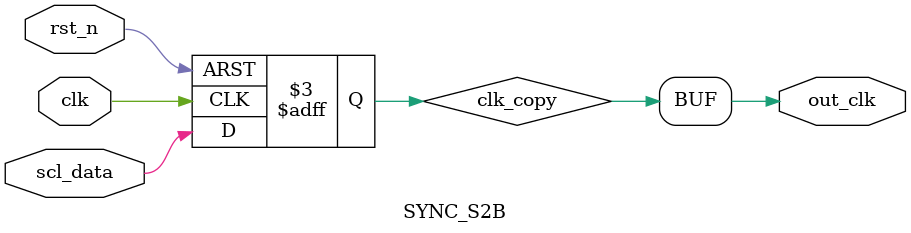
<source format=v>
/*--------------------------------------------------------------------
  Copyright (C) 2015-2019, NXP B.V.
  All rights reserved.
  
  Redistribution and use in source and binary forms, with or without 
  modification, are permitted provided that the following conditions 
  are met:
  
  1. Redistributions of source code must retain the above copyright 
     notice, this list of conditions and the following disclaimer.
  
  2. Redistributions in binary form must reproduce the above copyright 
     notice, this list of conditions and the following disclaimer in
     the documentation and/or other materials provided with the 
     distribution.
  
  3. Neither the name of the copyright holder nor the names of its 
     contributors may be used to endorse or promote products derived 
     from this HDL software without specific prior written permission.
  
  THIS (HDL) SOFTWARE IS PROVIDED BY THE COPYRIGHT HOLDERS AND
  CONTRIBUTORS "AS IS" AND ANY EXPRESS OR IMPLIED WARRANTIES, 
  INCLUDING, BUT NOT LIMITED TO, THE IMPLIED WARRANTIES OF 
  MERCHANTABILITY AND FITNESS FOR A PARTICULAR PURPOSE ARE 
  DISCLAIMED. IN NO EVENT SHALL THE COPYRIGHT HOLDER OR 
  CONTRIBUTORS BE LIABLE FOR ANY DIRECT, INDIRECT, INCIDENTAL, 
  SPECIAL, EXEMPLARY, OR CONSEQUENTIAL DAMAGES (INCLUDING, BUT 
  NOT LIMITED TO, PROCUREMENT OF SUBSTITUTE GOODS OR SERVICES; 
  LOSS OF USE, DATA, OR PROFITS; OR BUSINESS INTERRUPTION) 
  HOWEVER CAUSED AND ON ANY THEORY OF LIABILITY, WHETHER IN 
  CONTRACT, STRICT LIABILITY, OR TORT (INCLUDING NEGLIGENCE OR 
  OTHERWISE) ARISING IN ANY WAY OUT OF THE USE OF THIS SOFTWARE, 
  EVEN IF ADVISED OF THE POSSIBILITY OF SUCH DAMAGE.

  NOTE: No license under any third-party patent is granted or implied. 
        It is the responsibility of the licensee to obtain any required 
        third-party patent licenses.

  Note on terms used above:
  1. Software and HDL software are used interchangeably.
  2. Binary includes FPGA, simulation, and physical forms such 
     as Silicon chips.
  3. Clause 2 allows for such notice on a Web page or other 
     electronic form not part of a distribution.
  The original BSD source is available from:
    https://github.com/NXP/i3c-slave-design
  -------------------------------------------------------------------- */

//
//  ----------------------------------------------------------------------------
//                    Design Information
//  ----------------------------------------------------------------------------
//  File            : sync_autonomous.v
//  Organisation    : MCO
//  Tag             : 1.1.11
//  Date            : $Date: Wed Jun 12 23:47:03 2019 $
//  Revision        : $Revision: 1.61 $
//
//  IP Name         : SYNC_ modules for Autonomous wrapper use
//  Description     : Clock crossing support for Autonomous
//    This contains support for cross-clock-domain (CDC) synchronization
//    as needed specifically for autonomous regs. This is basically
//    only 4-phase handshakes
//
//  ----------------------------------------------------------------------------
//                    Revision History
//  ----------------------------------------------------------------------------
//
//
//  ----------------------------------------------------------------------------
//                    Implementation details
//  ----------------------------------------------------------------------------
//  See the micro-arch spec and MIPI I3C spec
//
//    This suppports the Clock Domain Crossing using named blocks
//    so Spyglass (or equiv) can be told that the sync is here.
//    For most modern process, the single flop model is fine, although
//    the flop type may need to be changed by constraint for older
//    process (e.g. a sync flop, which has a "gravity" to settle
//    faster). 
//    1 flop is fine in normal cases because the Q out metastable
//    noise will be short enough in time for the paths used at the 
//    lower speeds. That is, there is ~40ns minimum to both settle
//    and arrive settled at the other end. 
//  ----------------------------------------------------------------------------


// Note naming: SYNC_= synchronizing, 2PH_=2-phase, S2C_=SCL to CLK, STATE=state with clr in
//              LVL_=level vs. pulse input, LVLH_=level high
// Other naming: ASet=async set, local clear, AClr=local set, async clear
//               ASelfClr=local set and auto clear
//               Seq2=2 flop sequencer to ensure we get 1 pulse in local domain


// Next is set local and clear async from SCL to CLK
module SYNC_AClr_S2C(
  input SCL, // may be SCL_n 
  input RSTn,
  input local_set,
  input async_clear,
  output o_value);

  reg  value;                   // SCL domain
  always @ (posedge SCL or negedge RSTn)
    if (!RSTn)
      value <= 1'b0;
    else if (local_set) 
      value <= 1'b1;
    else if (async_clear) // CDC
      value <= 1'b0;
  assign o_value = value;

endmodule

/* moved to normal sync for slave
// Next is set local and clear async from CLK to SCL
module SYNC_AClr_C2S(
  input CLK, // system domain
  input RSTn,
  input local_set,
  input async_clear,
  output o_value);

  reg  value;                   // CLK domain
  always @ (posedge CLK or negedge RSTn)
    if (!RSTn)
      value <= 1'b0;
    else if (local_set) 
      value <= 1'b1;
    else if (async_clear) // CDC
      value <= 1'b0;
  assign o_value = value;
endmodule
*/

// Next is set local and auto clear async, 
// from SCL to CLK with sequence for 1 pulse out
module SYNC_ASelfClr_LVL_S2C_Seq2(
  input SCL, // may be SCL_n 
  input CLK, // system clock
  input RSTn,
  input local_set,
  input local_hold,
  output o_pulse);

  reg  value;                   // SCL domain
  reg  clear, seq;              // CLK domain
  always @ (posedge SCL or negedge RSTn)
    if (!RSTn)
      value <= 1'b0;
    else if (local_set) 
      value <= 1'b1;
    else if (clear)  // CDC
      value <= 1'b0;

  always @ (posedge CLK or negedge RSTn)
    if (!RSTn)
      clear <= 1'b0;
    else if (value | local_hold)
      clear <= 1'b1; // CDC (handshake)
    else
      clear <= 1'b0; // 4th phase going down
  always @ (posedge CLK or negedge RSTn)
    if (!RSTn)
      seq <= 1'b0;
    else if (clear)
      seq <= 1'b1; 
    else
      seq <= 1'b0; 
  // below pulses for 1 clock high, else is low
  assign o_pulse = clear & ~seq;
endmodule

// Next is set local and auto clear async, 
// from SCL to CLK with sequence for 1 pulse out
module SYNC_ASelfClr_S2C_Seq2(
  input SCL, // may be SCL_n 
  input CLK, // system clock
  input RSTn,
  input local_set,
  output o_pulse);

  reg  value;                   // SCL domain
  reg  clear, seq;              // CLK domain
  always @ (posedge SCL or negedge RSTn)
    if (!RSTn)
      value <= 1'b0;
    else if (local_set) 
      value <= 1'b1;
    else if (clear)  // CDC
      value <= 1'b0;

  always @ (posedge CLK or negedge RSTn)
    if (!RSTn)
      clear <= 1'b0;
    else if (value)
      clear <= 1'b1; // CDC (handshake)
    else
      clear <= 1'b0; // 4th phase going down
  always @ (posedge CLK or negedge RSTn)
    if (!RSTn)
      seq <= 1'b0;
    else if (clear)
      seq <= 1'b1; 
    else
      seq <= 1'b0; 
  // below pulses for 1 clock high, else is low
  assign o_pulse = clear & ~seq;
endmodule

// Next is set local and auto clear async, 
// from CLK to SCL with sequence for 1 pulse out
module SYNC_ASelfClr_C2S_Seq2(
  input CLK, // system clock
  input SCL, // may be SCL_n 
  input RSTn,
  input local_set,
  output o_pulse);

  reg  value;                   // CLK domain
  reg  clear, seq;              // SCL domain
  always @ (posedge CLK or negedge RSTn)
    if (!RSTn)
      value <= 1'b0;
    else if (local_set) 
      value <= 1'b1;
    else if (clear)  // CDC
      value <= 1'b0;

  always @ (posedge SCL or negedge RSTn)
    if (!RSTn)
      clear <= 1'b0;
    else if (value)
      clear <= 1'b1; // CDC (handshake)
    else
      clear <= 1'b0; // 4th phase going down
  always @ (posedge SCL or negedge RSTn)
    if (!RSTn)
      seq <= 1'b0;
    else if (clear)
      seq <= 1'b1; 
    else
      seq <= 1'b0; 
  // below pulses for 1 clock high, else is low
  assign o_pulse = clear & ~seq;
endmodule

// next is straight sync from one domain to the other
// for local use - 1 flop
module SYNC_S2B #(parameter WIDTH=1) ( 
  input             rst_n,
  input             clk,
  input  [WIDTH-1:0]scl_data,
  output [WIDTH-1:0]out_clk     // output copy in CLK domain
  );

  reg  [WIDTH-1:0]  clk_copy;

  assign out_clk = clk_copy;

  // note: could use clk_copy^scl_data as test to allow ICG
  always @ (posedge clk or negedge rst_n)
    if (!rst_n)
      clk_copy <= {WIDTH{1'b0}};
    else 
      clk_copy <= scl_data;
endmodule


</source>
